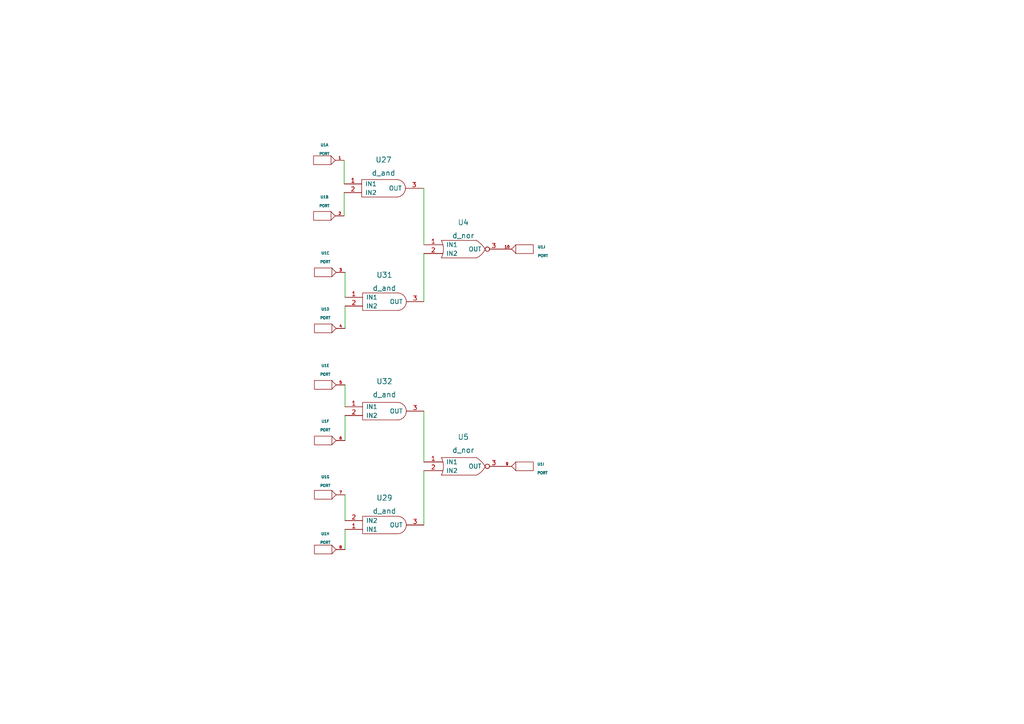
<source format=kicad_sch>
(kicad_sch (version 20211123) (generator eeschema)
  (paper "A4")
  (lib_symbols
    (symbol "eSim_Digital:d_and" (pin_names (offset 1.016))
      (property "Reference" "U" (at 0 0 0))
      (property "Value" "d_and" (at 1.27 2.54 0))
      (symbol "d_and_0_1"
        (polyline (pts (xy 3.81 -1.27) (xy -6.35 -1.27) (xy -6.35 3.81) (xy 3.81 3.81)))
        (arc (start 3.81 -1.27) (mid 5.5897 -0.5171) (end 6.35 1.27))
        (arc (start 6.35 1.27) (mid 5.5971 3.0497) (end 3.81 3.81))
      )
      (symbol "d_and_1_1"
        (pin input line (at -11.43 2.54 0) (length 5.08) (name "IN1") (number "1"))
        (pin input line (at -11.43 0 0) (length 5.08) (name "IN2") (number "2"))
        (pin output line (at 11.43 1.27 180) (length 5.08) (name "OUT") (number "3"))
      )
    )
    (symbol "eSim_Digital:d_nor" (pin_names (offset 1.016))
      (property "Reference" "U" (at 0 0 0))
      (property "Value" "d_nor" (at 1.27 2.54 0))
      (symbol "d_nor_0_1"
        (arc (start -6.35 -1.27) (mid -5.7504 1.27) (end -6.35 3.81))
        (polyline (pts (xy -6.35 -1.27) (xy 3.81 -1.27)))
        (polyline (pts (xy -6.35 3.81) (xy 3.81 3.81)))
        (arc (start 3.81 -1.27) (mid 5.3181 -0.2399) (end 6.35 1.27))
        (arc (start 6.35 1.27) (mid 5.2222 2.6828) (end 3.81 3.81))
      )
      (symbol "d_nor_1_1"
        (pin input line (at -11.43 2.54 0) (length 5.461) (name "IN1") (number "1"))
        (pin input line (at -11.43 0 0) (length 5.461) (name "IN2") (number "2"))
        (pin output inverted (at 11.43 1.27 180) (length 5.08) (name "OUT") (number "3"))
      )
    )
    (symbol "eSim_Miscellaneous:PORT" (pin_names (offset 1.016))
      (property "Reference" "U" (at 1.27 2.54 0))
      (property "Value" "PORT" (at 0 0 0))
      (symbol "PORT_0_1"
        (rectangle (start -2.54 1.27) (end 2.54 -1.27))
        (arc (start 2.54 1.27) (mid 3.1355 0.5955) (end 3.81 0))
        (arc (start 3.81 0) (mid 3.1447 -0.6046) (end 2.54 -1.27))
      )
      (symbol "PORT_1_1"
        (pin bidirectional line (at 6.35 0 180) (length 2.54) (name "~") (number "1"))
      )
      (symbol "PORT_2_1"
        (pin bidirectional line (at 6.35 0 180) (length 2.54) (name "~") (number "2"))
      )
      (symbol "PORT_3_1"
        (pin bidirectional line (at 6.35 0 180) (length 2.54) (name "~") (number "3"))
      )
      (symbol "PORT_4_1"
        (pin bidirectional line (at 6.35 0 180) (length 2.54) (name "~") (number "4"))
      )
      (symbol "PORT_5_1"
        (pin bidirectional line (at 6.35 0 180) (length 2.54) (name "~") (number "5"))
      )
      (symbol "PORT_6_1"
        (pin bidirectional line (at 6.35 0 180) (length 2.54) (name "~") (number "6"))
      )
      (symbol "PORT_7_1"
        (pin bidirectional line (at 6.35 0 180) (length 2.54) (name "~") (number "7"))
      )
      (symbol "PORT_8_1"
        (pin bidirectional line (at 6.35 0 180) (length 2.54) (name "~") (number "8"))
      )
      (symbol "PORT_9_1"
        (pin bidirectional line (at 6.35 0 180) (length 2.54) (name "~") (number "9"))
      )
      (symbol "PORT_10_1"
        (pin bidirectional line (at 6.35 0 180) (length 2.54) (name "~") (number "10"))
      )
      (symbol "PORT_11_1"
        (pin bidirectional line (at 6.35 0 180) (length 2.54) (name "~") (number "11"))
      )
      (symbol "PORT_12_1"
        (pin bidirectional line (at 6.35 0 180) (length 2.54) (name "~") (number "12"))
      )
      (symbol "PORT_13_1"
        (pin bidirectional line (at 6.35 0 180) (length 2.54) (name "~") (number "13"))
      )
      (symbol "PORT_14_1"
        (pin bidirectional line (at 6.35 0 180) (length 2.54) (name "~") (number "14"))
      )
      (symbol "PORT_15_1"
        (pin bidirectional line (at 6.35 0 180) (length 2.54) (name "~") (number "15"))
      )
      (symbol "PORT_16_1"
        (pin bidirectional line (at 6.35 0 180) (length 2.54) (name "~") (number "16"))
      )
      (symbol "PORT_17_1"
        (pin bidirectional line (at 6.35 0 180) (length 2.54) (name "~") (number "17"))
      )
      (symbol "PORT_18_1"
        (pin bidirectional line (at 6.35 0 180) (length 2.54) (name "~") (number "18"))
      )
      (symbol "PORT_19_1"
        (pin bidirectional line (at 6.35 0 180) (length 2.54) (name "~") (number "19"))
      )
      (symbol "PORT_20_1"
        (pin bidirectional line (at 6.35 0 180) (length 2.54) (name "~") (number "20"))
      )
      (symbol "PORT_21_1"
        (pin bidirectional line (at 6.35 0 180) (length 2.54) (name "~") (number "21"))
      )
      (symbol "PORT_22_1"
        (pin bidirectional line (at 6.35 0 180) (length 2.54) (name "~") (number "22"))
      )
      (symbol "PORT_23_1"
        (pin bidirectional line (at 6.35 0 180) (length 2.54) (name "~") (number "23"))
      )
      (symbol "PORT_24_1"
        (pin bidirectional line (at 6.35 0 180) (length 2.54) (name "~") (number "24"))
      )
      (symbol "PORT_25_1"
        (pin bidirectional line (at 6.35 0 180) (length 2.54) (name "~") (number "25"))
      )
      (symbol "PORT_26_1"
        (pin bidirectional line (at 6.35 0 180) (length 2.54) (name "~") (number "26"))
      )
    )
  )
  (wire (pts (xy 100.076 86.233) (xy 100.076 78.994)))
  (wire (pts (xy 100.076 151.003) (xy 100.076 143.51)))
  (wire (pts (xy 100.076 153.543) (xy 100.076 159.385)))
  (wire (pts (xy 122.936 133.985) (xy 122.936 119.253)))
  (wire (pts (xy 100.076 120.523) (xy 100.076 127.762)))
  (wire (pts (xy 100.076 88.773) (xy 100.076 95.25)))
  (wire (pts (xy 122.936 73.533) (xy 122.936 87.503)))
  (wire (pts (xy 99.822 53.34) (xy 99.822 46.482)))
  (wire (pts (xy 122.936 54.61) (xy 122.936 70.993)))
  (wire (pts (xy 99.822 55.88) (xy 99.822 62.611)))
  (wire (pts (xy 100.076 111.633) (xy 100.076 117.983)))
  (wire (pts (xy 122.936 54.61) (xy 122.682 54.61)))
  (wire (pts (xy 122.936 136.525) (xy 122.936 152.273)))
  (symbol (lib_id "eSim_Miscellaneous:PORT") (at 93.726 159.385 0) (unit 8)
    (property "Reference" "U1" (at 94.361 154.813 0) (effects (font (size 0.762 0.762))))
    (property "Value" "PORT" (at 94.361 157.353 0) (effects (font (size 0.762 0.762))))
  )
  (symbol (lib_id "eSim_Digital:d_and") (at 111.506 88.773 0) (unit 1)
    (property "Reference" "U31" (at 111.506 79.756 0) (effects (font (size 1.524 1.524))))
    (property "Value" "d_and" (at 111.506 83.566 0) (effects (font (size 1.524 1.524))))
  )
  (symbol (lib_id "eSim_Digital:d_and") (at 111.506 151.003 0) (mirror x) (unit 1)
    (property "Reference" "U29" (at 111.506 144.399 0) (effects (font (size 1.524 1.524))))
    (property "Value" "d_and" (at 111.506 148.209 0) (effects (font (size 1.524 1.524))))
  )
  (symbol (lib_id "eSim_Digital:d_and") (at 111.252 55.88 0) (unit 1)
    (property "Reference" "U27" (at 111.252 46.355 0) (effects (font (size 1.524 1.524))))
    (property "Value" "d_and" (at 111.252 50.165 0) (effects (font (size 1.524 1.524))))
  )
  (symbol (lib_id "eSim_Miscellaneous:PORT") (at 93.726 143.51 0) (unit 7)
    (property "Reference" "U1" (at 94.361 138.303 0) (effects (font (size 0.762 0.762))))
    (property "Value" "PORT" (at 94.361 140.843 0) (effects (font (size 0.762 0.762))))
  )
  (symbol (lib_id "eSim_Digital:d_and") (at 111.506 120.523 0) (unit 1)
    (property "Reference" "U32" (at 111.506 110.617 0) (effects (font (size 1.524 1.524))))
    (property "Value" "d_and" (at 111.506 114.427 0) (effects (font (size 1.524 1.524))))
  )
  (symbol (lib_id "eSim_Miscellaneous:PORT") (at 152.146 135.255 180) (unit 9)
    (property "Reference" "U1" (at 155.829 134.62 0) (effects (font (size 0.762 0.762)) (justify right)))
    (property "Value" "PORT" (at 155.829 137.16 0) (effects (font (size 0.762 0.762)) (justify right)))
  )
  (symbol (lib_id "eSim_Digital:d_nor") (at 134.366 73.533 0) (unit 1)
    (property "Reference" "U4" (at 134.366 64.516 0) (effects (font (size 1.524 1.524))))
    (property "Value" "d_nor" (at 134.366 68.326 0) (effects (font (size 1.524 1.524))))
  )
  (symbol (lib_id "eSim_Miscellaneous:PORT") (at 93.472 62.611 0) (unit 2)
    (property "Reference" "U1" (at 94.107 57.15 0) (effects (font (size 0.762 0.762))))
    (property "Value" "PORT" (at 94.107 59.69 0) (effects (font (size 0.762 0.762))))
  )
  (symbol (lib_id "eSim_Miscellaneous:PORT") (at 93.726 111.633 0) (unit 5)
    (property "Reference" "U1" (at 94.361 106.045 0) (effects (font (size 0.762 0.762))))
    (property "Value" "PORT" (at 94.361 108.585 0) (effects (font (size 0.762 0.762))))
  )
  (symbol (lib_id "eSim_Miscellaneous:PORT") (at 93.726 78.994 0) (unit 3)
    (property "Reference" "U1" (at 94.361 73.406 0) (effects (font (size 0.762 0.762))))
    (property "Value" "PORT" (at 94.361 75.946 0) (effects (font (size 0.762 0.762))))
  )
  (symbol (lib_id "eSim_Miscellaneous:PORT") (at 152.146 72.263 180) (unit 10)
    (property "Reference" "U1" (at 155.956 71.628 0) (effects (font (size 0.762 0.762)) (justify right)))
    (property "Value" "PORT" (at 155.956 74.168 0) (effects (font (size 0.762 0.762)) (justify right)))
  )
  (symbol (lib_id "eSim_Miscellaneous:PORT") (at 93.726 127.762 0) (unit 6)
    (property "Reference" "U1" (at 94.361 122.174 0) (effects (font (size 0.762 0.762))))
    (property "Value" "PORT" (at 94.361 124.714 0) (effects (font (size 0.762 0.762))))
  )
  (symbol (lib_id "eSim_Digital:d_nor") (at 134.366 136.525 0) (unit 1)
    (property "Reference" "U5" (at 134.366 126.746 0) (effects (font (size 1.524 1.524))))
    (property "Value" "d_nor" (at 134.366 130.556 0) (effects (font (size 1.524 1.524))))
  )
  (symbol (lib_id "eSim_Miscellaneous:PORT") (at 93.726 95.25 0) (unit 4)
    (property "Reference" "U1" (at 94.361 89.662 0) (effects (font (size 0.762 0.762))))
    (property "Value" "PORT" (at 94.361 92.202 0) (effects (font (size 0.762 0.762))))
  )
  (symbol (lib_id "eSim_Miscellaneous:PORT") (at 93.472 46.482 0) (unit 1)
    (property "Reference" "U1" (at 94.107 42.037 0) (effects (font (size 0.762 0.762))))
    (property "Value" "PORT" (at 94.107 44.577 0) (effects (font (size 0.762 0.762))))
  )
)
</source>
